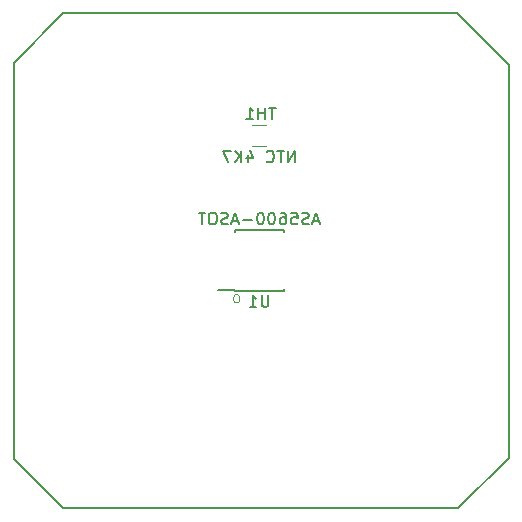
<source format=gbr>
G04 #@! TF.GenerationSoftware,KiCad,Pcbnew,5.0.1-33cea8e~68~ubuntu18.04.1*
G04 #@! TF.CreationDate,2018-11-12T21:08:02+01:00*
G04 #@! TF.ProjectId,ustepper_nano,75737465707065725F6E616E6F2E6B69,rev?*
G04 #@! TF.SameCoordinates,Original*
G04 #@! TF.FileFunction,Legend,Bot*
G04 #@! TF.FilePolarity,Positive*
%FSLAX46Y46*%
G04 Gerber Fmt 4.6, Leading zero omitted, Abs format (unit mm)*
G04 Created by KiCad (PCBNEW 5.0.1-33cea8e~68~ubuntu18.04.1) date lun 12 nov 2018 21:08:02 CET*
%MOMM*%
%LPD*%
G01*
G04 APERTURE LIST*
%ADD10C,0.100000*%
%ADD11C,0.200000*%
%ADD12C,0.150000*%
%ADD13C,0.120000*%
G04 APERTURE END LIST*
D10*
X140176771Y-72754380D02*
X140081533Y-72706761D01*
X140033914Y-72659142D01*
X139986295Y-72563904D01*
X139986295Y-72278190D01*
X140033914Y-72182952D01*
X140081533Y-72135333D01*
X140176771Y-72087714D01*
X140319628Y-72087714D01*
X140414866Y-72135333D01*
X140462485Y-72182952D01*
X140510104Y-72278190D01*
X140510104Y-72563904D01*
X140462485Y-72659142D01*
X140414866Y-72706761D01*
X140319628Y-72754380D01*
X140176771Y-72754380D01*
D11*
X121400000Y-86000000D02*
X121400000Y-52500000D01*
X125600000Y-90200000D02*
X121400000Y-86000000D01*
X159000000Y-90200000D02*
X125600000Y-90200000D01*
X163300000Y-85900000D02*
X159000000Y-90200000D01*
X163300000Y-52700000D02*
X163300000Y-85900000D01*
X158900000Y-48300000D02*
X163300000Y-52700000D01*
X125600000Y-48300000D02*
X158900000Y-48300000D01*
X121400000Y-52500000D02*
X125600000Y-48300000D01*
D12*
G04 #@! TO.C,U1*
X140125000Y-71775000D02*
X140125000Y-71725000D01*
X144275000Y-71775000D02*
X144275000Y-71630000D01*
X144275000Y-66625000D02*
X144275000Y-66770000D01*
X140125000Y-66625000D02*
X140125000Y-66770000D01*
X140125000Y-71775000D02*
X144275000Y-71775000D01*
X140125000Y-66625000D02*
X144275000Y-66625000D01*
X140125000Y-71725000D02*
X138725000Y-71725000D01*
D13*
G04 #@! TO.C,TH1*
X142806064Y-57726800D02*
X141601936Y-57726800D01*
X142806064Y-59546800D02*
X141601936Y-59546800D01*
G04 #@! TO.C,U1*
D12*
X142961904Y-72152380D02*
X142961904Y-72961904D01*
X142914285Y-73057142D01*
X142866666Y-73104761D01*
X142771428Y-73152380D01*
X142580952Y-73152380D01*
X142485714Y-73104761D01*
X142438095Y-73057142D01*
X142390476Y-72961904D01*
X142390476Y-72152380D01*
X141390476Y-73152380D02*
X141961904Y-73152380D01*
X141676190Y-73152380D02*
X141676190Y-72152380D01*
X141771428Y-72295238D01*
X141866666Y-72390476D01*
X141961904Y-72438095D01*
X147247619Y-65866666D02*
X146771428Y-65866666D01*
X147342857Y-66152380D02*
X147009523Y-65152380D01*
X146676190Y-66152380D01*
X146390476Y-66104761D02*
X146247619Y-66152380D01*
X146009523Y-66152380D01*
X145914285Y-66104761D01*
X145866666Y-66057142D01*
X145819047Y-65961904D01*
X145819047Y-65866666D01*
X145866666Y-65771428D01*
X145914285Y-65723809D01*
X146009523Y-65676190D01*
X146200000Y-65628571D01*
X146295238Y-65580952D01*
X146342857Y-65533333D01*
X146390476Y-65438095D01*
X146390476Y-65342857D01*
X146342857Y-65247619D01*
X146295238Y-65200000D01*
X146200000Y-65152380D01*
X145961904Y-65152380D01*
X145819047Y-65200000D01*
X144914285Y-65152380D02*
X145390476Y-65152380D01*
X145438095Y-65628571D01*
X145390476Y-65580952D01*
X145295238Y-65533333D01*
X145057142Y-65533333D01*
X144961904Y-65580952D01*
X144914285Y-65628571D01*
X144866666Y-65723809D01*
X144866666Y-65961904D01*
X144914285Y-66057142D01*
X144961904Y-66104761D01*
X145057142Y-66152380D01*
X145295238Y-66152380D01*
X145390476Y-66104761D01*
X145438095Y-66057142D01*
X144009523Y-65152380D02*
X144200000Y-65152380D01*
X144295238Y-65200000D01*
X144342857Y-65247619D01*
X144438095Y-65390476D01*
X144485714Y-65580952D01*
X144485714Y-65961904D01*
X144438095Y-66057142D01*
X144390476Y-66104761D01*
X144295238Y-66152380D01*
X144104761Y-66152380D01*
X144009523Y-66104761D01*
X143961904Y-66057142D01*
X143914285Y-65961904D01*
X143914285Y-65723809D01*
X143961904Y-65628571D01*
X144009523Y-65580952D01*
X144104761Y-65533333D01*
X144295238Y-65533333D01*
X144390476Y-65580952D01*
X144438095Y-65628571D01*
X144485714Y-65723809D01*
X143295238Y-65152380D02*
X143200000Y-65152380D01*
X143104761Y-65200000D01*
X143057142Y-65247619D01*
X143009523Y-65342857D01*
X142961904Y-65533333D01*
X142961904Y-65771428D01*
X143009523Y-65961904D01*
X143057142Y-66057142D01*
X143104761Y-66104761D01*
X143200000Y-66152380D01*
X143295238Y-66152380D01*
X143390476Y-66104761D01*
X143438095Y-66057142D01*
X143485714Y-65961904D01*
X143533333Y-65771428D01*
X143533333Y-65533333D01*
X143485714Y-65342857D01*
X143438095Y-65247619D01*
X143390476Y-65200000D01*
X143295238Y-65152380D01*
X142342857Y-65152380D02*
X142247619Y-65152380D01*
X142152380Y-65200000D01*
X142104761Y-65247619D01*
X142057142Y-65342857D01*
X142009523Y-65533333D01*
X142009523Y-65771428D01*
X142057142Y-65961904D01*
X142104761Y-66057142D01*
X142152380Y-66104761D01*
X142247619Y-66152380D01*
X142342857Y-66152380D01*
X142438095Y-66104761D01*
X142485714Y-66057142D01*
X142533333Y-65961904D01*
X142580952Y-65771428D01*
X142580952Y-65533333D01*
X142533333Y-65342857D01*
X142485714Y-65247619D01*
X142438095Y-65200000D01*
X142342857Y-65152380D01*
X141580952Y-65771428D02*
X140819047Y-65771428D01*
X140390476Y-65866666D02*
X139914285Y-65866666D01*
X140485714Y-66152380D02*
X140152380Y-65152380D01*
X139819047Y-66152380D01*
X139533333Y-66104761D02*
X139390476Y-66152380D01*
X139152380Y-66152380D01*
X139057142Y-66104761D01*
X139009523Y-66057142D01*
X138961904Y-65961904D01*
X138961904Y-65866666D01*
X139009523Y-65771428D01*
X139057142Y-65723809D01*
X139152380Y-65676190D01*
X139342857Y-65628571D01*
X139438095Y-65580952D01*
X139485714Y-65533333D01*
X139533333Y-65438095D01*
X139533333Y-65342857D01*
X139485714Y-65247619D01*
X139438095Y-65200000D01*
X139342857Y-65152380D01*
X139104761Y-65152380D01*
X138961904Y-65200000D01*
X138342857Y-65152380D02*
X138152380Y-65152380D01*
X138057142Y-65200000D01*
X137961904Y-65295238D01*
X137914285Y-65485714D01*
X137914285Y-65819047D01*
X137961904Y-66009523D01*
X138057142Y-66104761D01*
X138152380Y-66152380D01*
X138342857Y-66152380D01*
X138438095Y-66104761D01*
X138533333Y-66009523D01*
X138580952Y-65819047D01*
X138580952Y-65485714D01*
X138533333Y-65295238D01*
X138438095Y-65200000D01*
X138342857Y-65152380D01*
X137628571Y-65152380D02*
X137057142Y-65152380D01*
X137342857Y-66152380D02*
X137342857Y-65152380D01*
G04 #@! TO.C,TH1*
X143578614Y-56260380D02*
X143007185Y-56260380D01*
X143292900Y-57260380D02*
X143292900Y-56260380D01*
X142673852Y-57260380D02*
X142673852Y-56260380D01*
X142673852Y-56736571D02*
X142102423Y-56736571D01*
X142102423Y-57260380D02*
X142102423Y-56260380D01*
X141102423Y-57260380D02*
X141673852Y-57260380D01*
X141388138Y-57260380D02*
X141388138Y-56260380D01*
X141483376Y-56403238D01*
X141578614Y-56498476D01*
X141673852Y-56546095D01*
X145204000Y-60909180D02*
X145204000Y-59909180D01*
X144632571Y-60909180D01*
X144632571Y-59909180D01*
X144299238Y-59909180D02*
X143727809Y-59909180D01*
X144013523Y-60909180D02*
X144013523Y-59909180D01*
X142823047Y-60813942D02*
X142870666Y-60861561D01*
X143013523Y-60909180D01*
X143108761Y-60909180D01*
X143251619Y-60861561D01*
X143346857Y-60766323D01*
X143394476Y-60671085D01*
X143442095Y-60480609D01*
X143442095Y-60337752D01*
X143394476Y-60147276D01*
X143346857Y-60052038D01*
X143251619Y-59956800D01*
X143108761Y-59909180D01*
X143013523Y-59909180D01*
X142870666Y-59956800D01*
X142823047Y-60004419D01*
X141204000Y-60242514D02*
X141204000Y-60909180D01*
X141442095Y-59861561D02*
X141680190Y-60575847D01*
X141061142Y-60575847D01*
X140680190Y-60909180D02*
X140680190Y-59909180D01*
X140108761Y-60909180D02*
X140537333Y-60337752D01*
X140108761Y-59909180D02*
X140680190Y-60480609D01*
X139775428Y-59909180D02*
X139108761Y-59909180D01*
X139537333Y-60909180D01*
G04 #@! TD*
M02*

</source>
